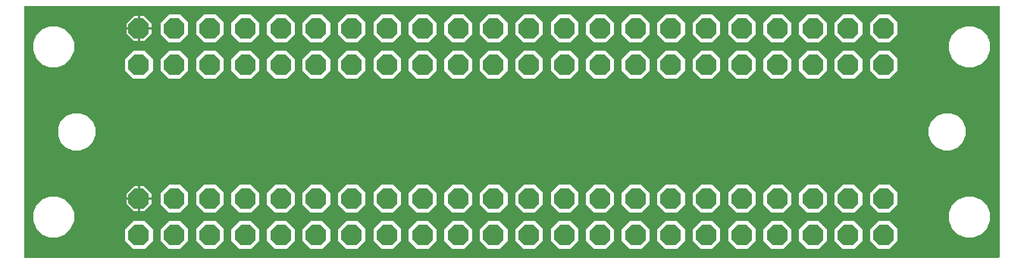
<source format=gbl>
G04 EAGLE Gerber RS-274X export*
G75*
%MOMM*%
%FSLAX34Y34*%
%LPD*%
%INBottom Copper*%
%IPPOS*%
%AMOC8*
5,1,8,0,0,1.08239X$1,22.5*%
G01*
%ADD10P,2.474344X8X202.500000*%
%ADD11P,2.474344X8X22.500000*%

G36*
X1093490Y5084D02*
X1093490Y5084D01*
X1093509Y5082D01*
X1093611Y5104D01*
X1093713Y5120D01*
X1093730Y5130D01*
X1093750Y5134D01*
X1093839Y5187D01*
X1093930Y5236D01*
X1093944Y5250D01*
X1093961Y5260D01*
X1094028Y5339D01*
X1094100Y5414D01*
X1094108Y5432D01*
X1094121Y5447D01*
X1094160Y5543D01*
X1094203Y5637D01*
X1094205Y5657D01*
X1094213Y5675D01*
X1094231Y5842D01*
X1094231Y286258D01*
X1094228Y286278D01*
X1094230Y286297D01*
X1094208Y286399D01*
X1094192Y286501D01*
X1094182Y286518D01*
X1094178Y286538D01*
X1094125Y286627D01*
X1094076Y286718D01*
X1094062Y286732D01*
X1094052Y286749D01*
X1093973Y286816D01*
X1093898Y286888D01*
X1093880Y286896D01*
X1093865Y286909D01*
X1093769Y286948D01*
X1093675Y286991D01*
X1093655Y286993D01*
X1093637Y287001D01*
X1093470Y287019D01*
X5842Y287019D01*
X5822Y287016D01*
X5803Y287018D01*
X5701Y286996D01*
X5599Y286980D01*
X5582Y286970D01*
X5562Y286966D01*
X5473Y286913D01*
X5382Y286864D01*
X5368Y286850D01*
X5351Y286840D01*
X5284Y286761D01*
X5212Y286686D01*
X5204Y286668D01*
X5191Y286653D01*
X5152Y286557D01*
X5109Y286463D01*
X5107Y286443D01*
X5099Y286425D01*
X5081Y286258D01*
X5081Y5842D01*
X5084Y5822D01*
X5082Y5803D01*
X5104Y5701D01*
X5120Y5599D01*
X5130Y5582D01*
X5134Y5562D01*
X5187Y5473D01*
X5236Y5382D01*
X5250Y5368D01*
X5260Y5351D01*
X5339Y5284D01*
X5414Y5212D01*
X5432Y5204D01*
X5447Y5191D01*
X5543Y5152D01*
X5637Y5109D01*
X5657Y5107D01*
X5675Y5099D01*
X5842Y5081D01*
X1093470Y5081D01*
X1093490Y5084D01*
G37*
%LPC*%
G36*
X33045Y218439D02*
X33045Y218439D01*
X24642Y221920D01*
X18212Y228350D01*
X14731Y236753D01*
X14731Y245847D01*
X18212Y254250D01*
X24642Y260680D01*
X33045Y264161D01*
X42139Y264161D01*
X50542Y260680D01*
X56972Y254250D01*
X60453Y245847D01*
X60453Y236753D01*
X56972Y228350D01*
X50542Y221920D01*
X42139Y218439D01*
X33045Y218439D01*
G37*
%LPD*%
%LPC*%
G36*
X33045Y27939D02*
X33045Y27939D01*
X24642Y31420D01*
X18212Y37850D01*
X14731Y46253D01*
X14731Y55347D01*
X18212Y63750D01*
X24642Y70180D01*
X33045Y73661D01*
X42139Y73661D01*
X50542Y70180D01*
X56972Y63750D01*
X60453Y55347D01*
X60453Y46253D01*
X56972Y37850D01*
X50542Y31420D01*
X42139Y27939D01*
X33045Y27939D01*
G37*
%LPD*%
%LPC*%
G36*
X1056157Y27939D02*
X1056157Y27939D01*
X1047754Y31420D01*
X1041324Y37850D01*
X1037843Y46253D01*
X1037843Y55347D01*
X1041324Y63750D01*
X1047754Y70180D01*
X1056157Y73661D01*
X1065251Y73661D01*
X1073654Y70180D01*
X1080084Y63750D01*
X1083565Y55347D01*
X1083565Y46253D01*
X1080084Y37850D01*
X1073654Y31420D01*
X1065251Y27939D01*
X1056157Y27939D01*
G37*
%LPD*%
%LPC*%
G36*
X1056157Y218439D02*
X1056157Y218439D01*
X1047754Y221920D01*
X1041324Y228350D01*
X1037843Y236753D01*
X1037843Y245847D01*
X1041324Y254250D01*
X1047754Y260680D01*
X1056157Y264161D01*
X1065251Y264161D01*
X1073654Y260680D01*
X1080084Y254250D01*
X1083565Y245847D01*
X1083565Y236753D01*
X1080084Y228350D01*
X1073654Y221920D01*
X1065251Y218439D01*
X1056157Y218439D01*
G37*
%LPD*%
%LPC*%
G36*
X59357Y125221D02*
X59357Y125221D01*
X51701Y128392D01*
X45842Y134251D01*
X42671Y141907D01*
X42671Y150193D01*
X45842Y157849D01*
X51701Y163708D01*
X59357Y166879D01*
X67643Y166879D01*
X75299Y163708D01*
X81158Y157849D01*
X84329Y150193D01*
X84329Y141907D01*
X81158Y134251D01*
X75299Y128392D01*
X67643Y125221D01*
X59357Y125221D01*
G37*
%LPD*%
%LPC*%
G36*
X1031669Y125221D02*
X1031669Y125221D01*
X1024013Y128392D01*
X1018154Y134251D01*
X1014983Y141907D01*
X1014983Y150193D01*
X1018154Y157849D01*
X1024013Y163708D01*
X1031669Y166879D01*
X1039955Y166879D01*
X1047611Y163708D01*
X1053470Y157849D01*
X1056641Y150193D01*
X1056641Y141907D01*
X1053470Y134251D01*
X1047611Y128392D01*
X1039955Y125221D01*
X1031669Y125221D01*
G37*
%LPD*%
%LPC*%
G36*
X602166Y246125D02*
X602166Y246125D01*
X593089Y255202D01*
X593089Y268038D01*
X602166Y277115D01*
X615002Y277115D01*
X624079Y268038D01*
X624079Y255202D01*
X615002Y246125D01*
X602166Y246125D01*
G37*
%LPD*%
%LPC*%
G36*
X562542Y246125D02*
X562542Y246125D01*
X553465Y255202D01*
X553465Y268038D01*
X562542Y277115D01*
X575378Y277115D01*
X584455Y268038D01*
X584455Y255202D01*
X575378Y246125D01*
X562542Y246125D01*
G37*
%LPD*%
%LPC*%
G36*
X958782Y246125D02*
X958782Y246125D01*
X949705Y255202D01*
X949705Y268038D01*
X958782Y277115D01*
X971618Y277115D01*
X980695Y268038D01*
X980695Y255202D01*
X971618Y246125D01*
X958782Y246125D01*
G37*
%LPD*%
%LPC*%
G36*
X919158Y246125D02*
X919158Y246125D01*
X910081Y255202D01*
X910081Y268038D01*
X919158Y277115D01*
X931994Y277115D01*
X941071Y268038D01*
X941071Y255202D01*
X931994Y246125D01*
X919158Y246125D01*
G37*
%LPD*%
%LPC*%
G36*
X879534Y246125D02*
X879534Y246125D01*
X870457Y255202D01*
X870457Y268038D01*
X879534Y277115D01*
X892370Y277115D01*
X901447Y268038D01*
X901447Y255202D01*
X892370Y246125D01*
X879534Y246125D01*
G37*
%LPD*%
%LPC*%
G36*
X839910Y246125D02*
X839910Y246125D01*
X830833Y255202D01*
X830833Y268038D01*
X839910Y277115D01*
X852746Y277115D01*
X861823Y268038D01*
X861823Y255202D01*
X852746Y246125D01*
X839910Y246125D01*
G37*
%LPD*%
%LPC*%
G36*
X800286Y246125D02*
X800286Y246125D01*
X791209Y255202D01*
X791209Y268038D01*
X800286Y277115D01*
X813122Y277115D01*
X822199Y268038D01*
X822199Y255202D01*
X813122Y246125D01*
X800286Y246125D01*
G37*
%LPD*%
%LPC*%
G36*
X760662Y246125D02*
X760662Y246125D01*
X751585Y255202D01*
X751585Y268038D01*
X760662Y277115D01*
X773498Y277115D01*
X782575Y268038D01*
X782575Y255202D01*
X773498Y246125D01*
X760662Y246125D01*
G37*
%LPD*%
%LPC*%
G36*
X721038Y246125D02*
X721038Y246125D01*
X711961Y255202D01*
X711961Y268038D01*
X721038Y277115D01*
X733874Y277115D01*
X742951Y268038D01*
X742951Y255202D01*
X733874Y246125D01*
X721038Y246125D01*
G37*
%LPD*%
%LPC*%
G36*
X681414Y246125D02*
X681414Y246125D01*
X672337Y255202D01*
X672337Y268038D01*
X681414Y277115D01*
X694250Y277115D01*
X703327Y268038D01*
X703327Y255202D01*
X694250Y246125D01*
X681414Y246125D01*
G37*
%LPD*%
%LPC*%
G36*
X641790Y246125D02*
X641790Y246125D01*
X632713Y255202D01*
X632713Y268038D01*
X641790Y277115D01*
X654626Y277115D01*
X663703Y268038D01*
X663703Y255202D01*
X654626Y246125D01*
X641790Y246125D01*
G37*
%LPD*%
%LPC*%
G36*
X483294Y246125D02*
X483294Y246125D01*
X474217Y255202D01*
X474217Y268038D01*
X483294Y277115D01*
X496130Y277115D01*
X505207Y268038D01*
X505207Y255202D01*
X496130Y246125D01*
X483294Y246125D01*
G37*
%LPD*%
%LPC*%
G36*
X443670Y246125D02*
X443670Y246125D01*
X434593Y255202D01*
X434593Y268038D01*
X443670Y277115D01*
X456506Y277115D01*
X465583Y268038D01*
X465583Y255202D01*
X456506Y246125D01*
X443670Y246125D01*
G37*
%LPD*%
%LPC*%
G36*
X404046Y246125D02*
X404046Y246125D01*
X394969Y255202D01*
X394969Y268038D01*
X404046Y277115D01*
X416882Y277115D01*
X425959Y268038D01*
X425959Y255202D01*
X416882Y246125D01*
X404046Y246125D01*
G37*
%LPD*%
%LPC*%
G36*
X364422Y246125D02*
X364422Y246125D01*
X355345Y255202D01*
X355345Y268038D01*
X364422Y277115D01*
X377258Y277115D01*
X386335Y268038D01*
X386335Y255202D01*
X377258Y246125D01*
X364422Y246125D01*
G37*
%LPD*%
%LPC*%
G36*
X324798Y246125D02*
X324798Y246125D01*
X315721Y255202D01*
X315721Y268038D01*
X324798Y277115D01*
X337634Y277115D01*
X346711Y268038D01*
X346711Y255202D01*
X337634Y246125D01*
X324798Y246125D01*
G37*
%LPD*%
%LPC*%
G36*
X285174Y246125D02*
X285174Y246125D01*
X276097Y255202D01*
X276097Y268038D01*
X285174Y277115D01*
X298010Y277115D01*
X307087Y268038D01*
X307087Y255202D01*
X298010Y246125D01*
X285174Y246125D01*
G37*
%LPD*%
%LPC*%
G36*
X245550Y246125D02*
X245550Y246125D01*
X236473Y255202D01*
X236473Y268038D01*
X245550Y277115D01*
X258386Y277115D01*
X267463Y268038D01*
X267463Y255202D01*
X258386Y246125D01*
X245550Y246125D01*
G37*
%LPD*%
%LPC*%
G36*
X205926Y246125D02*
X205926Y246125D01*
X196849Y255202D01*
X196849Y268038D01*
X205926Y277115D01*
X218762Y277115D01*
X227839Y268038D01*
X227839Y255202D01*
X218762Y246125D01*
X205926Y246125D01*
G37*
%LPD*%
%LPC*%
G36*
X166302Y246125D02*
X166302Y246125D01*
X157225Y255202D01*
X157225Y268038D01*
X166302Y277115D01*
X179138Y277115D01*
X188215Y268038D01*
X188215Y255202D01*
X179138Y246125D01*
X166302Y246125D01*
G37*
%LPD*%
%LPC*%
G36*
X205926Y14985D02*
X205926Y14985D01*
X196849Y24062D01*
X196849Y36898D01*
X205926Y45975D01*
X218762Y45975D01*
X227839Y36898D01*
X227839Y24062D01*
X218762Y14985D01*
X205926Y14985D01*
G37*
%LPD*%
%LPC*%
G36*
X166302Y14985D02*
X166302Y14985D01*
X157225Y24062D01*
X157225Y36898D01*
X166302Y45975D01*
X179138Y45975D01*
X188215Y36898D01*
X188215Y24062D01*
X179138Y14985D01*
X166302Y14985D01*
G37*
%LPD*%
%LPC*%
G36*
X522918Y246125D02*
X522918Y246125D01*
X513841Y255202D01*
X513841Y268038D01*
X522918Y277115D01*
X535754Y277115D01*
X544831Y268038D01*
X544831Y255202D01*
X535754Y246125D01*
X522918Y246125D01*
G37*
%LPD*%
%LPC*%
G36*
X166302Y205485D02*
X166302Y205485D01*
X157225Y214562D01*
X157225Y227398D01*
X166302Y236475D01*
X179138Y236475D01*
X188215Y227398D01*
X188215Y214562D01*
X179138Y205485D01*
X166302Y205485D01*
G37*
%LPD*%
%LPC*%
G36*
X126678Y205485D02*
X126678Y205485D01*
X117601Y214562D01*
X117601Y227398D01*
X126678Y236475D01*
X139514Y236475D01*
X148591Y227398D01*
X148591Y214562D01*
X139514Y205485D01*
X126678Y205485D01*
G37*
%LPD*%
%LPC*%
G36*
X958782Y205485D02*
X958782Y205485D01*
X949705Y214562D01*
X949705Y227398D01*
X958782Y236475D01*
X971618Y236475D01*
X980695Y227398D01*
X980695Y214562D01*
X971618Y205485D01*
X958782Y205485D01*
G37*
%LPD*%
%LPC*%
G36*
X919158Y205485D02*
X919158Y205485D01*
X910081Y214562D01*
X910081Y227398D01*
X919158Y236475D01*
X931994Y236475D01*
X941071Y227398D01*
X941071Y214562D01*
X931994Y205485D01*
X919158Y205485D01*
G37*
%LPD*%
%LPC*%
G36*
X879534Y205485D02*
X879534Y205485D01*
X870457Y214562D01*
X870457Y227398D01*
X879534Y236475D01*
X892370Y236475D01*
X901447Y227398D01*
X901447Y214562D01*
X892370Y205485D01*
X879534Y205485D01*
G37*
%LPD*%
%LPC*%
G36*
X839910Y205485D02*
X839910Y205485D01*
X830833Y214562D01*
X830833Y227398D01*
X839910Y236475D01*
X852746Y236475D01*
X861823Y227398D01*
X861823Y214562D01*
X852746Y205485D01*
X839910Y205485D01*
G37*
%LPD*%
%LPC*%
G36*
X800286Y205485D02*
X800286Y205485D01*
X791209Y214562D01*
X791209Y227398D01*
X800286Y236475D01*
X813122Y236475D01*
X822199Y227398D01*
X822199Y214562D01*
X813122Y205485D01*
X800286Y205485D01*
G37*
%LPD*%
%LPC*%
G36*
X760662Y205485D02*
X760662Y205485D01*
X751585Y214562D01*
X751585Y227398D01*
X760662Y236475D01*
X773498Y236475D01*
X782575Y227398D01*
X782575Y214562D01*
X773498Y205485D01*
X760662Y205485D01*
G37*
%LPD*%
%LPC*%
G36*
X721038Y205485D02*
X721038Y205485D01*
X711961Y214562D01*
X711961Y227398D01*
X721038Y236475D01*
X733874Y236475D01*
X742951Y227398D01*
X742951Y214562D01*
X733874Y205485D01*
X721038Y205485D01*
G37*
%LPD*%
%LPC*%
G36*
X681414Y205485D02*
X681414Y205485D01*
X672337Y214562D01*
X672337Y227398D01*
X681414Y236475D01*
X694250Y236475D01*
X703327Y227398D01*
X703327Y214562D01*
X694250Y205485D01*
X681414Y205485D01*
G37*
%LPD*%
%LPC*%
G36*
X602166Y205485D02*
X602166Y205485D01*
X593089Y214562D01*
X593089Y227398D01*
X602166Y236475D01*
X615002Y236475D01*
X624079Y227398D01*
X624079Y214562D01*
X615002Y205485D01*
X602166Y205485D01*
G37*
%LPD*%
%LPC*%
G36*
X562542Y205485D02*
X562542Y205485D01*
X553465Y214562D01*
X553465Y227398D01*
X562542Y236475D01*
X575378Y236475D01*
X584455Y227398D01*
X584455Y214562D01*
X575378Y205485D01*
X562542Y205485D01*
G37*
%LPD*%
%LPC*%
G36*
X522918Y205485D02*
X522918Y205485D01*
X513841Y214562D01*
X513841Y227398D01*
X522918Y236475D01*
X535754Y236475D01*
X544831Y227398D01*
X544831Y214562D01*
X535754Y205485D01*
X522918Y205485D01*
G37*
%LPD*%
%LPC*%
G36*
X483294Y205485D02*
X483294Y205485D01*
X474217Y214562D01*
X474217Y227398D01*
X483294Y236475D01*
X496130Y236475D01*
X505207Y227398D01*
X505207Y214562D01*
X496130Y205485D01*
X483294Y205485D01*
G37*
%LPD*%
%LPC*%
G36*
X443670Y205485D02*
X443670Y205485D01*
X434593Y214562D01*
X434593Y227398D01*
X443670Y236475D01*
X456506Y236475D01*
X465583Y227398D01*
X465583Y214562D01*
X456506Y205485D01*
X443670Y205485D01*
G37*
%LPD*%
%LPC*%
G36*
X404046Y205485D02*
X404046Y205485D01*
X394969Y214562D01*
X394969Y227398D01*
X404046Y236475D01*
X416882Y236475D01*
X425959Y227398D01*
X425959Y214562D01*
X416882Y205485D01*
X404046Y205485D01*
G37*
%LPD*%
%LPC*%
G36*
X364422Y205485D02*
X364422Y205485D01*
X355345Y214562D01*
X355345Y227398D01*
X364422Y236475D01*
X377258Y236475D01*
X386335Y227398D01*
X386335Y214562D01*
X377258Y205485D01*
X364422Y205485D01*
G37*
%LPD*%
%LPC*%
G36*
X324798Y205485D02*
X324798Y205485D01*
X315721Y214562D01*
X315721Y227398D01*
X324798Y236475D01*
X337634Y236475D01*
X346711Y227398D01*
X346711Y214562D01*
X337634Y205485D01*
X324798Y205485D01*
G37*
%LPD*%
%LPC*%
G36*
X285174Y205485D02*
X285174Y205485D01*
X276097Y214562D01*
X276097Y227398D01*
X285174Y236475D01*
X298010Y236475D01*
X307087Y227398D01*
X307087Y214562D01*
X298010Y205485D01*
X285174Y205485D01*
G37*
%LPD*%
%LPC*%
G36*
X245550Y205485D02*
X245550Y205485D01*
X236473Y214562D01*
X236473Y227398D01*
X245550Y236475D01*
X258386Y236475D01*
X267463Y227398D01*
X267463Y214562D01*
X258386Y205485D01*
X245550Y205485D01*
G37*
%LPD*%
%LPC*%
G36*
X205926Y205485D02*
X205926Y205485D01*
X196849Y214562D01*
X196849Y227398D01*
X205926Y236475D01*
X218762Y236475D01*
X227839Y227398D01*
X227839Y214562D01*
X218762Y205485D01*
X205926Y205485D01*
G37*
%LPD*%
%LPC*%
G36*
X641790Y205485D02*
X641790Y205485D01*
X632713Y214562D01*
X632713Y227398D01*
X641790Y236475D01*
X654626Y236475D01*
X663703Y227398D01*
X663703Y214562D01*
X654626Y205485D01*
X641790Y205485D01*
G37*
%LPD*%
%LPC*%
G36*
X879534Y55625D02*
X879534Y55625D01*
X870457Y64702D01*
X870457Y77538D01*
X879534Y86615D01*
X892370Y86615D01*
X901447Y77538D01*
X901447Y64702D01*
X892370Y55625D01*
X879534Y55625D01*
G37*
%LPD*%
%LPC*%
G36*
X839910Y55625D02*
X839910Y55625D01*
X830833Y64702D01*
X830833Y77538D01*
X839910Y86615D01*
X852746Y86615D01*
X861823Y77538D01*
X861823Y64702D01*
X852746Y55625D01*
X839910Y55625D01*
G37*
%LPD*%
%LPC*%
G36*
X958782Y55625D02*
X958782Y55625D01*
X949705Y64702D01*
X949705Y77538D01*
X958782Y86615D01*
X971618Y86615D01*
X980695Y77538D01*
X980695Y64702D01*
X971618Y55625D01*
X958782Y55625D01*
G37*
%LPD*%
%LPC*%
G36*
X919158Y55625D02*
X919158Y55625D01*
X910081Y64702D01*
X910081Y77538D01*
X919158Y86615D01*
X931994Y86615D01*
X941071Y77538D01*
X941071Y64702D01*
X931994Y55625D01*
X919158Y55625D01*
G37*
%LPD*%
%LPC*%
G36*
X641790Y55625D02*
X641790Y55625D01*
X632713Y64702D01*
X632713Y77538D01*
X641790Y86615D01*
X654626Y86615D01*
X663703Y77538D01*
X663703Y64702D01*
X654626Y55625D01*
X641790Y55625D01*
G37*
%LPD*%
%LPC*%
G36*
X602166Y55625D02*
X602166Y55625D01*
X593089Y64702D01*
X593089Y77538D01*
X602166Y86615D01*
X615002Y86615D01*
X624079Y77538D01*
X624079Y64702D01*
X615002Y55625D01*
X602166Y55625D01*
G37*
%LPD*%
%LPC*%
G36*
X800286Y55625D02*
X800286Y55625D01*
X791209Y64702D01*
X791209Y77538D01*
X800286Y86615D01*
X813122Y86615D01*
X822199Y77538D01*
X822199Y64702D01*
X813122Y55625D01*
X800286Y55625D01*
G37*
%LPD*%
%LPC*%
G36*
X760662Y55625D02*
X760662Y55625D01*
X751585Y64702D01*
X751585Y77538D01*
X760662Y86615D01*
X773498Y86615D01*
X782575Y77538D01*
X782575Y64702D01*
X773498Y55625D01*
X760662Y55625D01*
G37*
%LPD*%
%LPC*%
G36*
X721038Y55625D02*
X721038Y55625D01*
X711961Y64702D01*
X711961Y77538D01*
X721038Y86615D01*
X733874Y86615D01*
X742951Y77538D01*
X742951Y64702D01*
X733874Y55625D01*
X721038Y55625D01*
G37*
%LPD*%
%LPC*%
G36*
X681414Y55625D02*
X681414Y55625D01*
X672337Y64702D01*
X672337Y77538D01*
X681414Y86615D01*
X694250Y86615D01*
X703327Y77538D01*
X703327Y64702D01*
X694250Y55625D01*
X681414Y55625D01*
G37*
%LPD*%
%LPC*%
G36*
X562542Y55625D02*
X562542Y55625D01*
X553465Y64702D01*
X553465Y77538D01*
X562542Y86615D01*
X575378Y86615D01*
X584455Y77538D01*
X584455Y64702D01*
X575378Y55625D01*
X562542Y55625D01*
G37*
%LPD*%
%LPC*%
G36*
X522918Y55625D02*
X522918Y55625D01*
X513841Y64702D01*
X513841Y77538D01*
X522918Y86615D01*
X535754Y86615D01*
X544831Y77538D01*
X544831Y64702D01*
X535754Y55625D01*
X522918Y55625D01*
G37*
%LPD*%
%LPC*%
G36*
X483294Y55625D02*
X483294Y55625D01*
X474217Y64702D01*
X474217Y77538D01*
X483294Y86615D01*
X496130Y86615D01*
X505207Y77538D01*
X505207Y64702D01*
X496130Y55625D01*
X483294Y55625D01*
G37*
%LPD*%
%LPC*%
G36*
X443670Y55625D02*
X443670Y55625D01*
X434593Y64702D01*
X434593Y77538D01*
X443670Y86615D01*
X456506Y86615D01*
X465583Y77538D01*
X465583Y64702D01*
X456506Y55625D01*
X443670Y55625D01*
G37*
%LPD*%
%LPC*%
G36*
X404046Y55625D02*
X404046Y55625D01*
X394969Y64702D01*
X394969Y77538D01*
X404046Y86615D01*
X416882Y86615D01*
X425959Y77538D01*
X425959Y64702D01*
X416882Y55625D01*
X404046Y55625D01*
G37*
%LPD*%
%LPC*%
G36*
X364422Y55625D02*
X364422Y55625D01*
X355345Y64702D01*
X355345Y77538D01*
X364422Y86615D01*
X377258Y86615D01*
X386335Y77538D01*
X386335Y64702D01*
X377258Y55625D01*
X364422Y55625D01*
G37*
%LPD*%
%LPC*%
G36*
X324798Y55625D02*
X324798Y55625D01*
X315721Y64702D01*
X315721Y77538D01*
X324798Y86615D01*
X337634Y86615D01*
X346711Y77538D01*
X346711Y64702D01*
X337634Y55625D01*
X324798Y55625D01*
G37*
%LPD*%
%LPC*%
G36*
X285174Y55625D02*
X285174Y55625D01*
X276097Y64702D01*
X276097Y77538D01*
X285174Y86615D01*
X298010Y86615D01*
X307087Y77538D01*
X307087Y64702D01*
X298010Y55625D01*
X285174Y55625D01*
G37*
%LPD*%
%LPC*%
G36*
X245550Y55625D02*
X245550Y55625D01*
X236473Y64702D01*
X236473Y77538D01*
X245550Y86615D01*
X258386Y86615D01*
X267463Y77538D01*
X267463Y64702D01*
X258386Y55625D01*
X245550Y55625D01*
G37*
%LPD*%
%LPC*%
G36*
X205926Y55625D02*
X205926Y55625D01*
X196849Y64702D01*
X196849Y77538D01*
X205926Y86615D01*
X218762Y86615D01*
X227839Y77538D01*
X227839Y64702D01*
X218762Y55625D01*
X205926Y55625D01*
G37*
%LPD*%
%LPC*%
G36*
X166302Y55625D02*
X166302Y55625D01*
X157225Y64702D01*
X157225Y77538D01*
X166302Y86615D01*
X179138Y86615D01*
X188215Y77538D01*
X188215Y64702D01*
X179138Y55625D01*
X166302Y55625D01*
G37*
%LPD*%
%LPC*%
G36*
X602166Y14985D02*
X602166Y14985D01*
X593089Y24062D01*
X593089Y36898D01*
X602166Y45975D01*
X615002Y45975D01*
X624079Y36898D01*
X624079Y24062D01*
X615002Y14985D01*
X602166Y14985D01*
G37*
%LPD*%
%LPC*%
G36*
X958782Y14985D02*
X958782Y14985D01*
X949705Y24062D01*
X949705Y36898D01*
X958782Y45975D01*
X971618Y45975D01*
X980695Y36898D01*
X980695Y24062D01*
X971618Y14985D01*
X958782Y14985D01*
G37*
%LPD*%
%LPC*%
G36*
X919158Y14985D02*
X919158Y14985D01*
X910081Y24062D01*
X910081Y36898D01*
X919158Y45975D01*
X931994Y45975D01*
X941071Y36898D01*
X941071Y24062D01*
X931994Y14985D01*
X919158Y14985D01*
G37*
%LPD*%
%LPC*%
G36*
X879534Y14985D02*
X879534Y14985D01*
X870457Y24062D01*
X870457Y36898D01*
X879534Y45975D01*
X892370Y45975D01*
X901447Y36898D01*
X901447Y24062D01*
X892370Y14985D01*
X879534Y14985D01*
G37*
%LPD*%
%LPC*%
G36*
X839910Y14985D02*
X839910Y14985D01*
X830833Y24062D01*
X830833Y36898D01*
X839910Y45975D01*
X852746Y45975D01*
X861823Y36898D01*
X861823Y24062D01*
X852746Y14985D01*
X839910Y14985D01*
G37*
%LPD*%
%LPC*%
G36*
X800286Y14985D02*
X800286Y14985D01*
X791209Y24062D01*
X791209Y36898D01*
X800286Y45975D01*
X813122Y45975D01*
X822199Y36898D01*
X822199Y24062D01*
X813122Y14985D01*
X800286Y14985D01*
G37*
%LPD*%
%LPC*%
G36*
X760662Y14985D02*
X760662Y14985D01*
X751585Y24062D01*
X751585Y36898D01*
X760662Y45975D01*
X773498Y45975D01*
X782575Y36898D01*
X782575Y24062D01*
X773498Y14985D01*
X760662Y14985D01*
G37*
%LPD*%
%LPC*%
G36*
X721038Y14985D02*
X721038Y14985D01*
X711961Y24062D01*
X711961Y36898D01*
X721038Y45975D01*
X733874Y45975D01*
X742951Y36898D01*
X742951Y24062D01*
X733874Y14985D01*
X721038Y14985D01*
G37*
%LPD*%
%LPC*%
G36*
X681414Y14985D02*
X681414Y14985D01*
X672337Y24062D01*
X672337Y36898D01*
X681414Y45975D01*
X694250Y45975D01*
X703327Y36898D01*
X703327Y24062D01*
X694250Y14985D01*
X681414Y14985D01*
G37*
%LPD*%
%LPC*%
G36*
X641790Y14985D02*
X641790Y14985D01*
X632713Y24062D01*
X632713Y36898D01*
X641790Y45975D01*
X654626Y45975D01*
X663703Y36898D01*
X663703Y24062D01*
X654626Y14985D01*
X641790Y14985D01*
G37*
%LPD*%
%LPC*%
G36*
X126678Y14985D02*
X126678Y14985D01*
X117601Y24062D01*
X117601Y36898D01*
X126678Y45975D01*
X139514Y45975D01*
X148591Y36898D01*
X148591Y24062D01*
X139514Y14985D01*
X126678Y14985D01*
G37*
%LPD*%
%LPC*%
G36*
X562542Y14985D02*
X562542Y14985D01*
X553465Y24062D01*
X553465Y36898D01*
X562542Y45975D01*
X575378Y45975D01*
X584455Y36898D01*
X584455Y24062D01*
X575378Y14985D01*
X562542Y14985D01*
G37*
%LPD*%
%LPC*%
G36*
X522918Y14985D02*
X522918Y14985D01*
X513841Y24062D01*
X513841Y36898D01*
X522918Y45975D01*
X535754Y45975D01*
X544831Y36898D01*
X544831Y24062D01*
X535754Y14985D01*
X522918Y14985D01*
G37*
%LPD*%
%LPC*%
G36*
X483294Y14985D02*
X483294Y14985D01*
X474217Y24062D01*
X474217Y36898D01*
X483294Y45975D01*
X496130Y45975D01*
X505207Y36898D01*
X505207Y24062D01*
X496130Y14985D01*
X483294Y14985D01*
G37*
%LPD*%
%LPC*%
G36*
X443670Y14985D02*
X443670Y14985D01*
X434593Y24062D01*
X434593Y36898D01*
X443670Y45975D01*
X456506Y45975D01*
X465583Y36898D01*
X465583Y24062D01*
X456506Y14985D01*
X443670Y14985D01*
G37*
%LPD*%
%LPC*%
G36*
X404046Y14985D02*
X404046Y14985D01*
X394969Y24062D01*
X394969Y36898D01*
X404046Y45975D01*
X416882Y45975D01*
X425959Y36898D01*
X425959Y24062D01*
X416882Y14985D01*
X404046Y14985D01*
G37*
%LPD*%
%LPC*%
G36*
X364422Y14985D02*
X364422Y14985D01*
X355345Y24062D01*
X355345Y36898D01*
X364422Y45975D01*
X377258Y45975D01*
X386335Y36898D01*
X386335Y24062D01*
X377258Y14985D01*
X364422Y14985D01*
G37*
%LPD*%
%LPC*%
G36*
X324798Y14985D02*
X324798Y14985D01*
X315721Y24062D01*
X315721Y36898D01*
X324798Y45975D01*
X337634Y45975D01*
X346711Y36898D01*
X346711Y24062D01*
X337634Y14985D01*
X324798Y14985D01*
G37*
%LPD*%
%LPC*%
G36*
X285174Y14985D02*
X285174Y14985D01*
X276097Y24062D01*
X276097Y36898D01*
X285174Y45975D01*
X298010Y45975D01*
X307087Y36898D01*
X307087Y24062D01*
X298010Y14985D01*
X285174Y14985D01*
G37*
%LPD*%
%LPC*%
G36*
X245550Y14985D02*
X245550Y14985D01*
X236473Y24062D01*
X236473Y36898D01*
X245550Y45975D01*
X258386Y45975D01*
X267463Y36898D01*
X267463Y24062D01*
X258386Y14985D01*
X245550Y14985D01*
G37*
%LPD*%
%LPC*%
G36*
X134619Y263143D02*
X134619Y263143D01*
X134619Y275591D01*
X138883Y275591D01*
X147067Y267407D01*
X147067Y263143D01*
X134619Y263143D01*
G37*
%LPD*%
%LPC*%
G36*
X134619Y72643D02*
X134619Y72643D01*
X134619Y85091D01*
X138883Y85091D01*
X147067Y76907D01*
X147067Y72643D01*
X134619Y72643D01*
G37*
%LPD*%
%LPC*%
G36*
X119125Y263143D02*
X119125Y263143D01*
X119125Y267407D01*
X127309Y275591D01*
X131573Y275591D01*
X131573Y263143D01*
X119125Y263143D01*
G37*
%LPD*%
%LPC*%
G36*
X119125Y72643D02*
X119125Y72643D01*
X119125Y76907D01*
X127309Y85091D01*
X131573Y85091D01*
X131573Y72643D01*
X119125Y72643D01*
G37*
%LPD*%
%LPC*%
G36*
X134619Y247649D02*
X134619Y247649D01*
X134619Y260097D01*
X147067Y260097D01*
X147067Y255833D01*
X138883Y247649D01*
X134619Y247649D01*
G37*
%LPD*%
%LPC*%
G36*
X134619Y57149D02*
X134619Y57149D01*
X134619Y69597D01*
X147067Y69597D01*
X147067Y65333D01*
X138883Y57149D01*
X134619Y57149D01*
G37*
%LPD*%
%LPC*%
G36*
X127309Y247649D02*
X127309Y247649D01*
X119125Y255833D01*
X119125Y260097D01*
X131573Y260097D01*
X131573Y247649D01*
X127309Y247649D01*
G37*
%LPD*%
%LPC*%
G36*
X127309Y57149D02*
X127309Y57149D01*
X119125Y65333D01*
X119125Y69597D01*
X131573Y69597D01*
X131573Y57149D01*
X127309Y57149D01*
G37*
%LPD*%
%LPC*%
G36*
X133095Y261619D02*
X133095Y261619D01*
X133095Y261621D01*
X133097Y261621D01*
X133097Y261619D01*
X133095Y261619D01*
G37*
%LPD*%
%LPC*%
G36*
X133095Y71119D02*
X133095Y71119D01*
X133095Y71121D01*
X133097Y71121D01*
X133097Y71119D01*
X133095Y71119D01*
G37*
%LPD*%
D10*
X568960Y261620D03*
X568960Y220980D03*
X608584Y261620D03*
X648208Y261620D03*
X687832Y261620D03*
X727456Y261620D03*
X767080Y261620D03*
X806704Y261620D03*
X846328Y261620D03*
X885952Y261620D03*
X925576Y261620D03*
X965200Y261620D03*
X608584Y220980D03*
X648208Y220980D03*
X687832Y220980D03*
X727456Y220980D03*
X767080Y220980D03*
X806704Y220980D03*
X846328Y220980D03*
X885952Y220980D03*
X925576Y220980D03*
X965200Y220980D03*
D11*
X529336Y220980D03*
X529336Y261620D03*
X489712Y220980D03*
X450088Y220980D03*
X410464Y220980D03*
X370840Y220980D03*
X331216Y220980D03*
X291592Y220980D03*
X251968Y220980D03*
X212344Y220980D03*
X172720Y220980D03*
X133096Y220980D03*
X489712Y261620D03*
X450088Y261620D03*
X410464Y261620D03*
X370840Y261620D03*
X331216Y261620D03*
X291592Y261620D03*
X251968Y261620D03*
X212344Y261620D03*
X172720Y261620D03*
X133096Y261620D03*
D10*
X568960Y71120D03*
X568960Y30480D03*
X608584Y71120D03*
X648208Y71120D03*
X687832Y71120D03*
X727456Y71120D03*
X767080Y71120D03*
X806704Y71120D03*
X846328Y71120D03*
X885952Y71120D03*
X925576Y71120D03*
X965200Y71120D03*
X608584Y30480D03*
X648208Y30480D03*
X687832Y30480D03*
X727456Y30480D03*
X767080Y30480D03*
X806704Y30480D03*
X846328Y30480D03*
X885952Y30480D03*
X925576Y30480D03*
X965200Y30480D03*
D11*
X529336Y30480D03*
X529336Y71120D03*
X489712Y30480D03*
X450088Y30480D03*
X410464Y30480D03*
X370840Y30480D03*
X331216Y30480D03*
X291592Y30480D03*
X251968Y30480D03*
X212344Y30480D03*
X172720Y30480D03*
X133096Y30480D03*
X489712Y71120D03*
X450088Y71120D03*
X410464Y71120D03*
X370840Y71120D03*
X331216Y71120D03*
X291592Y71120D03*
X251968Y71120D03*
X212344Y71120D03*
X172720Y71120D03*
X133096Y71120D03*
M02*

</source>
